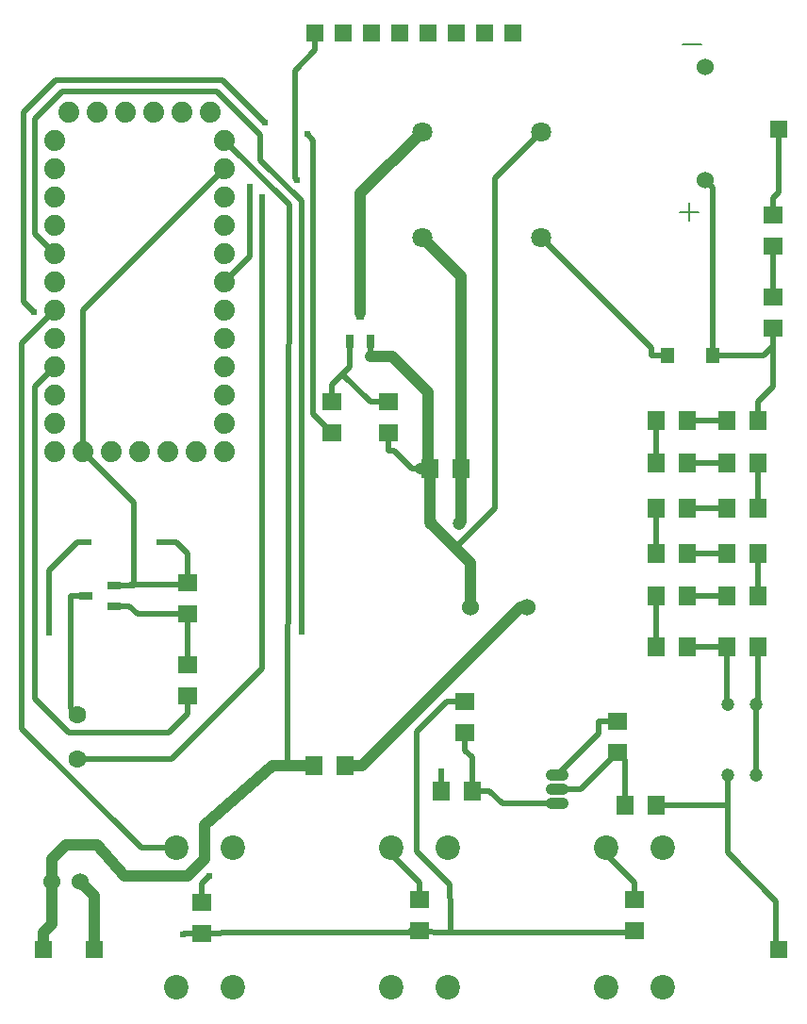
<source format=gtl>
G04 ---------------------------- Layer name :TOP LAYER*
G04 EasyEDA v5.6.10, Thu, 22 Nov 2018 09:31:26 GMT*
G04 a978b3f8f09b4219873cbd73095df268*
G04 Gerber Generator version 0.2*
G04 Scale: 100 percent, Rotated: No, Reflected: No *
G04 Dimensions in inches *
G04 leading zeros omitted , absolute positions ,2 integer and 4 decimal *
%FSLAX24Y24*%
%MOIN*%
G90*
G70D02*

%ADD11C,0.020000*%
%ADD12C,0.040000*%
%ADD13C,0.008000*%
%ADD14C,0.024000*%
%ADD15C,0.024400*%
%ADD16R,0.070900X0.063000*%
%ADD17R,0.027559X0.049213*%
%ADD18R,0.063000X0.070900*%
%ADD19R,0.050000X0.057900*%
%ADD20R,0.049213X0.027559*%
%ADD21C,0.086614*%
%ADD22R,0.062000X0.062000*%
%ADD23C,0.062992*%
%ADD24C,0.047000*%
%ADD25C,0.070900*%
%ADD26C,0.060000*%
%ADD27C,0.074000*%
%ADD28C,0.039370*%

%LPD*%
G54D11*
G01X10319Y13619D02*
G01X10319Y28848D01*
G01X8873Y30294D01*
G01X8873Y31180D01*
G01X7332Y32721D01*
G01X1859Y32721D01*
G01X900Y31763D01*
G01X900Y27700D01*
G01X1600Y27000D01*
G01X15250Y8655D02*
G01X15250Y8688D01*
G01X15250Y8000D02*
G01X15250Y8655D01*
G01X2400Y9113D02*
G01X5713Y9113D01*
G01X8915Y12315D01*
G01X8915Y28998D01*
G01X6115Y2921D02*
G01X6144Y2950D01*
G01X6800Y2950D02*
G01X6144Y2950D01*
G01X15600Y3000D02*
G01X15600Y3700D01*
G01X15563Y4690D01*
G01X14400Y5851D01*
G01X14400Y10105D01*
G01X15444Y11150D01*
G01X14514Y3015D02*
G01X15400Y3000D01*
G01X22100Y3050D02*
G01X22100Y3000D01*
G01X15400Y3000D01*
G01X14172Y3050D02*
G01X14500Y3050D01*
G01X14200Y3000D02*
G01X13872Y3000D01*
G01X13900Y3000D02*
G01X7505Y3000D01*
G01X7455Y2950D01*
G01X6800Y2950D02*
G01X7455Y2950D01*
G01X16101Y11150D02*
G01X15444Y11150D01*
G01X10152Y29611D02*
G01X10088Y29676D01*
G01X10088Y33477D01*
G01X10800Y34188D01*
G01X10800Y34800D02*
G01X10800Y34188D01*
G01X11401Y20650D02*
G01X10734Y21317D01*
G01X10734Y30996D01*
G01X10515Y31215D01*
G01X9019Y31644D02*
G01X7519Y33144D01*
G01X1642Y33144D01*
G01X492Y31994D01*
G01X492Y25284D01*
G01X844Y24930D01*
G01X7600Y26000D02*
G01X8494Y26894D01*
G01X8494Y29361D01*
G01X6800Y4665D02*
G01X6800Y4738D01*
G01X7057Y4996D01*
G01X6800Y4050D02*
G01X6800Y4665D01*
G01X1600Y25000D02*
G01X440Y23840D01*
G01X440Y10190D01*
G01X4651Y5980D01*
G01X5900Y5980D01*
G01X14500Y4150D02*
G01X14500Y4765D01*
G01X14500Y4765D02*
G01X13500Y5765D01*
G01X13500Y5980D01*
G01X22100Y4150D02*
G01X22100Y4765D01*
G01X22100Y4765D02*
G01X21100Y5765D01*
G01X21100Y5980D01*
G01X26389Y11069D02*
G01X26450Y11130D01*
G01X26450Y13100D01*
G01X26389Y8569D02*
G01X26389Y11069D01*
G54D12*
G01X15771Y16588D02*
G01X14889Y17469D01*
G01X16300Y14500D02*
G01X16300Y16059D01*
G01X15771Y16588D01*
G54D11*
G01X18800Y31300D02*
G01X17173Y29673D01*
G01X17173Y17990D01*
G01X15771Y16588D01*
G01X21499Y10450D02*
G01X20843Y10450D01*
G01X19350Y8550D02*
G01X20843Y10044D01*
G01X20843Y10450D01*
G01X12773Y23907D02*
G01X12773Y23361D01*
G54D12*
G01X14542Y19398D02*
G01X14800Y19398D01*
G01X14800Y22100D01*
G01X13539Y23361D01*
G01X12773Y23361D01*
G54D11*
G01X14542Y19398D02*
G01X14234Y19398D01*
G01X14850Y19398D02*
G01X14542Y19398D01*
G01X13401Y20650D02*
G01X13401Y20034D01*
G01X14234Y19398D02*
G01X13600Y20034D01*
G01X13401Y20034D01*
G54D12*
G01X14889Y17469D02*
G01X14850Y17509D01*
G01X14850Y19398D01*
G54D11*
G01X7600Y30000D02*
G01X2600Y25000D01*
G01X2600Y20000D01*
G01X3965Y15273D02*
G01X4400Y15273D01*
G01X4400Y18200D01*
G01X2600Y20000D01*
G01X3965Y15273D02*
G01X4238Y15273D01*
G01X3692Y15273D02*
G01X3965Y15273D01*
G01X6300Y15350D02*
G01X6300Y15300D01*
G01X4265Y15300D01*
G01X4238Y15273D01*
G54D12*
G01X2500Y4800D02*
G01X3000Y4300D01*
G01X3000Y2400D01*
G01X11850Y8900D02*
G01X12464Y8900D01*
G01X12464Y8900D02*
G01X18064Y14500D01*
G01X18300Y14500D01*
G01X18300Y14500D01*
G01X15950Y19398D02*
G01X15950Y26190D01*
G01X14580Y27559D01*
G01X15889Y17469D02*
G01X15950Y17530D01*
G01X15950Y19398D01*
G54D11*
G01X25350Y13100D02*
G01X24734Y13100D01*
G01X23950Y13098D02*
G01X24732Y13098D01*
G01X24734Y13100D01*
G01X25389Y11069D02*
G01X25350Y11109D01*
G01X25350Y13100D01*
G54D12*
G01X10750Y8900D02*
G01X9300Y8900D01*
G01X6900Y6800D01*
G01X6900Y5600D01*
G01X6300Y5000D01*
G01X4073Y5000D01*
G01X3100Y6100D01*
G01X2000Y6100D01*
G01X1500Y5582D01*
G01X1500Y4800D01*
G54D11*
G01X9839Y8900D02*
G01X9882Y28717D01*
G01X7600Y31000D01*
G54D12*
G01X1200Y2400D02*
G01X1200Y3011D01*
G01X1500Y4800D02*
G01X1500Y3311D01*
G01X1200Y3011D01*
G54D11*
G01X1600Y23000D02*
G01X892Y22292D01*
G01X892Y11263D01*
G01X2086Y10069D01*
G01X5636Y10069D01*
G01X6301Y10734D01*
G01X6301Y11350D02*
G01X6301Y10734D01*
G54D12*
G01X14580Y31300D02*
G01X12400Y29119D01*
G01X12400Y24892D01*
G54D11*
G01X2707Y14900D02*
G01X2161Y14900D01*
G01X2161Y14900D02*
G01X2161Y10926D01*
G01X2400Y10686D01*
G01X16101Y10050D02*
G01X16101Y9434D01*
G01X16101Y9434D02*
G01X16350Y9184D01*
G01X16350Y8000D01*
G01X16350Y8000D02*
G01X16965Y8000D01*
G01X19350Y7550D02*
G01X17417Y7550D01*
G01X16965Y8000D01*
G01X3692Y14526D02*
G01X4238Y14526D01*
G01X6300Y14250D02*
G01X4515Y14250D01*
G01X4238Y14526D01*
G01X6301Y13065D02*
G01X6300Y13067D01*
G01X6300Y14250D01*
G01X6301Y12450D02*
G01X6301Y13065D01*
G01X23250Y23398D02*
G01X22698Y23398D01*
G01X22698Y23398D02*
G01X22698Y23661D01*
G01X18800Y27559D01*
G01X25389Y7498D02*
G01X25389Y8569D01*
G01X27100Y4111D02*
G01X25389Y5821D01*
G01X25389Y7498D01*
G01X25389Y7498D02*
G01X23465Y7498D01*
G01X22850Y7498D02*
G01X23465Y7498D01*
G01X27200Y2400D02*
G01X27100Y2400D01*
G01X27100Y4111D01*
G01X24600Y29600D02*
G01X24869Y29330D01*
G01X24869Y23398D01*
G01X27001Y23734D02*
G01X27001Y22307D01*
G01X26450Y21755D01*
G01X27001Y24350D02*
G01X27001Y23734D01*
G01X24869Y23398D02*
G01X26667Y23398D01*
G01X27001Y23734D01*
G01X26450Y21100D02*
G01X26450Y21755D01*
G01X11764Y22730D02*
G01X12026Y22990D01*
G01X12026Y23907D01*
G01X11401Y22365D02*
G01X11764Y22730D01*
G01X12744Y21750D02*
G01X11764Y22730D01*
G01X13401Y21750D02*
G01X12744Y21750D01*
G01X11401Y21750D02*
G01X11401Y22365D01*
G01X25350Y21100D02*
G01X24734Y21100D01*
G01X23950Y21098D02*
G01X24732Y21098D01*
G01X24734Y21100D01*
G01X26450Y14900D02*
G01X26450Y16400D01*
G01X25350Y16400D02*
G01X24734Y16400D01*
G01X23950Y16398D02*
G01X24732Y16398D01*
G01X24734Y16400D01*
G01X22850Y21098D02*
G01X22850Y19598D01*
G01X23950Y19598D02*
G01X24565Y19598D01*
G01X25350Y19600D02*
G01X24567Y19600D01*
G01X24565Y19598D01*
G01X26450Y18000D02*
G01X26450Y19600D01*
G01X25350Y18000D02*
G01X24734Y18000D01*
G01X23950Y17998D02*
G01X24732Y17998D01*
G01X24734Y18000D01*
G01X25350Y14900D02*
G01X24734Y14900D01*
G01X23950Y14898D02*
G01X24732Y14898D01*
G01X24734Y14900D01*
G01X22850Y16398D02*
G01X22850Y17998D01*
G01X22850Y13098D02*
G01X22850Y14898D01*
G01X27001Y25450D02*
G01X27001Y26065D01*
G01X27001Y26065D02*
G01X27000Y26067D01*
G01X27000Y27250D01*
G01X21499Y9350D02*
G01X20199Y8050D01*
G01X19350Y8050D01*
G01X21335Y9350D02*
G01X21499Y9350D01*
G01X21499Y9350D02*
G01X21335Y9350D01*
G01X21499Y9350D02*
G01X21750Y9099D01*
G01X21750Y7498D01*
G01X27000Y28350D02*
G01X27000Y28965D01*
G01X27000Y28965D02*
G01X27200Y29165D01*
G01X27200Y31400D01*
G01X1400Y13600D02*
G01X1400Y15800D01*
G01X2400Y16800D01*
G01X2800Y16800D01*
G01X5300Y16800D02*
G01X5900Y16800D01*
G01X6300Y16400D01*
G01X6300Y15350D01*
G54D13*
G01X24027Y28800D02*
G01X24027Y28146D01*
G01X23700Y28473D02*
G01X24355Y28473D01*
G01X23800Y34400D02*
G01X24455Y34400D01*
G54D16*
G01X6799Y4050D03*
G01X6799Y2950D03*
G01X14499Y4150D03*
G01X14499Y3050D03*
G01X22099Y4150D03*
G01X22099Y3050D03*
G54D17*
G01X12400Y24892D03*
G01X12773Y23907D03*
G01X12026Y23907D03*
G54D18*
G01X26450Y21100D03*
G01X25350Y21100D03*
G01X26450Y13100D03*
G01X25350Y13100D03*
G01X26450Y16400D03*
G01X25350Y16400D03*
G01X22850Y19599D03*
G01X23950Y19599D03*
G01X26450Y19600D03*
G01X25350Y19600D03*
G01X26450Y18000D03*
G01X25350Y18000D03*
G01X22850Y21099D03*
G01X23950Y21099D03*
G01X26450Y14900D03*
G01X25350Y14900D03*
G01X22850Y17999D03*
G01X23950Y17999D03*
G01X22850Y16399D03*
G01X23950Y16399D03*
G01X22850Y14899D03*
G01X23950Y14899D03*
G01X22850Y13099D03*
G01X23950Y13099D03*
G01X21750Y7499D03*
G01X22850Y7499D03*
G54D16*
G01X21499Y10450D03*
G01X21499Y9350D03*
G54D18*
G01X16350Y8000D03*
G01X15250Y8000D03*
G54D16*
G01X16100Y10050D03*
G01X16100Y11150D03*
G01X13400Y20650D03*
G01X13400Y21750D03*
G01X11400Y20650D03*
G01X11400Y21750D03*
G54D18*
G01X11850Y8900D03*
G01X10750Y8900D03*
G01X14850Y19399D03*
G01X15950Y19399D03*
G54D19*
G01X23250Y23399D03*
G01X24869Y23399D03*
G54D20*
G01X3692Y14526D03*
G01X2707Y14900D03*
G01X3692Y15273D03*
G54D16*
G01X6299Y15350D03*
G01X6299Y14250D03*
G01X6300Y12450D03*
G01X6300Y11350D03*
G01X27000Y27250D03*
G01X27000Y28350D03*
G01X27001Y24350D03*
G01X27001Y25450D03*
G54D21*
G01X21100Y5980D03*
G01X21100Y1057D03*
G01X23100Y5980D03*
G01X23100Y1057D03*
G01X13500Y5980D03*
G01X13500Y1057D03*
G01X15500Y5980D03*
G01X15500Y1057D03*
G01X5900Y5980D03*
G01X5900Y1057D03*
G01X7900Y5980D03*
G01X7900Y1057D03*
G54D22*
G01X17800Y34800D03*
G01X16800Y34800D03*
G01X15800Y34800D03*
G01X14800Y34800D03*
G01X13800Y34800D03*
G01X11800Y34800D03*
G01X12800Y34800D03*
G01X10800Y34800D03*
G54D23*
G01X2400Y9113D03*
G01X2400Y10686D03*
G54D24*
G01X25389Y11069D03*
G01X26389Y11069D03*
G54D25*
G01X18800Y31300D03*
G01X14580Y31300D03*
G01X14580Y27559D03*
G01X18800Y27559D03*
G54D24*
G01X25389Y8569D03*
G01X26389Y8569D03*
G54D22*
G01X27200Y31400D03*
G01X27200Y2400D03*
G54D26*
G01X18300Y14500D03*
G01X16300Y14500D03*
G01X24600Y33600D03*
G01X24600Y29600D03*
G54D22*
G01X1200Y2400D03*
G01X3000Y2400D03*
G54D24*
G01X14889Y17469D03*
G01X15889Y17469D03*
G54D27*
G01X1600Y31000D03*
G01X1600Y30000D03*
G01X1600Y29000D03*
G01X1600Y28000D03*
G01X1600Y27000D03*
G01X1600Y26000D03*
G01X1600Y25000D03*
G01X1600Y24000D03*
G01X1600Y23000D03*
G01X1600Y22000D03*
G01X1600Y21000D03*
G01X1600Y20000D03*
G01X7600Y20000D03*
G01X7600Y21000D03*
G01X7600Y22000D03*
G01X7600Y23000D03*
G01X7600Y24000D03*
G01X7600Y25000D03*
G01X7600Y26000D03*
G01X7600Y27000D03*
G01X7600Y28000D03*
G01X7600Y29000D03*
G01X7600Y30000D03*
G01X7600Y31000D03*
G01X5600Y20000D03*
G01X6600Y20000D03*
G01X4600Y20000D03*
G01X3600Y20000D03*
G01X2100Y32000D03*
G01X3100Y32000D03*
G01X4100Y32000D03*
G01X5100Y32000D03*
G01X6100Y32000D03*
G01X7100Y32000D03*
G01X2600Y20000D03*
G54D26*
G01X1500Y4800D03*
G01X2500Y4800D03*
G54D14*
G01X15250Y8688D03*
G01X10319Y13619D03*
G01X8915Y28998D03*
G01X6115Y2921D03*
G01X10152Y29611D03*
G01X844Y24930D03*
G01X9019Y31644D03*
G01X10515Y31215D03*
G01X8494Y29361D03*
G01X7057Y4996D03*
G54D15*
G01X1400Y13600D03*
G01X2800Y16800D03*
G01X5300Y16800D03*
G54D28*
G01X19546Y8550D02*
G01X19153Y8550D01*
G01X19546Y8050D02*
G01X19153Y8050D01*
G01X19546Y7550D02*
G01X19153Y7550D01*
M00*
M02*

</source>
